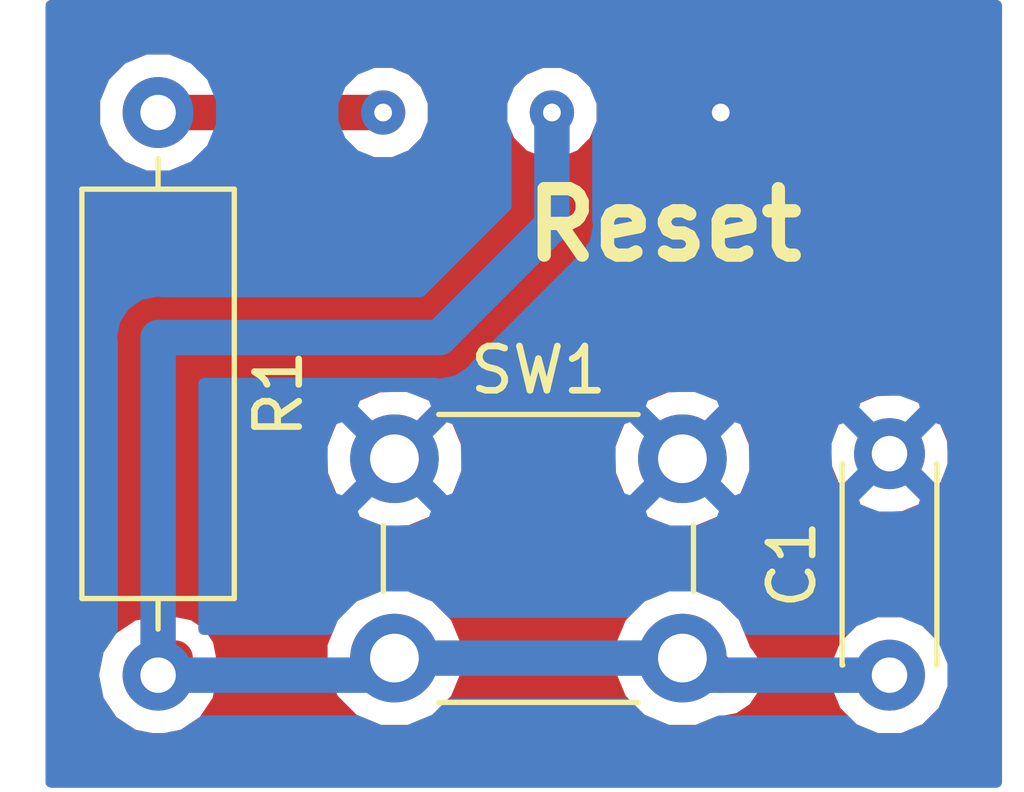
<source format=kicad_pcb>
(kicad_pcb (version 20171130) (host pcbnew 5.0.0-fee4fd1~66~ubuntu18.04.1)

  (general
    (thickness 1.6)
    (drawings 1)
    (tracks 18)
    (zones 0)
    (modules 3)
    (nets 4)
  )

  (page A4)
  (layers
    (0 F.Cu signal)
    (31 B.Cu signal)
    (32 B.Adhes user)
    (33 F.Adhes user)
    (34 B.Paste user)
    (35 F.Paste user)
    (36 B.SilkS user)
    (37 F.SilkS user)
    (38 B.Mask user)
    (39 F.Mask user)
    (40 Dwgs.User user)
    (41 Cmts.User user)
    (42 Eco1.User user)
    (43 Eco2.User user)
    (44 Edge.Cuts user)
    (45 Margin user)
    (46 B.CrtYd user)
    (47 F.CrtYd user)
    (48 B.Fab user)
    (49 F.Fab user)
  )

  (setup
    (last_trace_width 0.8)
    (trace_clearance 0.4)
    (zone_clearance 0.508)
    (zone_45_only no)
    (trace_min 0.2)
    (segment_width 0.2)
    (edge_width 0.15)
    (via_size 0.8)
    (via_drill 0.4)
    (via_min_size 0.4)
    (via_min_drill 0.3)
    (uvia_size 0.3)
    (uvia_drill 0.1)
    (uvias_allowed no)
    (uvia_min_size 0.2)
    (uvia_min_drill 0.1)
    (pcb_text_width 0.3)
    (pcb_text_size 1.5 1.5)
    (mod_edge_width 0.15)
    (mod_text_size 1 1)
    (mod_text_width 0.15)
    (pad_size 1.524 1.524)
    (pad_drill 0.762)
    (pad_to_mask_clearance 0.2)
    (aux_axis_origin 0 0)
    (visible_elements 7FFFFFFF)
    (pcbplotparams
      (layerselection 0x010fc_ffffffff)
      (usegerberextensions false)
      (usegerberattributes false)
      (usegerberadvancedattributes false)
      (creategerberjobfile false)
      (excludeedgelayer true)
      (linewidth 0.100000)
      (plotframeref false)
      (viasonmask false)
      (mode 1)
      (useauxorigin false)
      (hpglpennumber 1)
      (hpglpenspeed 20)
      (hpglpendiameter 15.000000)
      (psnegative false)
      (psa4output false)
      (plotreference true)
      (plotvalue true)
      (plotinvisibletext false)
      (padsonsilk false)
      (subtractmaskfromsilk false)
      (outputformat 1)
      (mirror false)
      (drillshape 1)
      (scaleselection 1)
      (outputdirectory ""))
  )

  (net 0 "")
  (net 1 /RESET)
  (net 2 GND)
  (net 3 VCC)

  (net_class Default "This is the default net class."
    (clearance 0.4)
    (trace_width 0.8)
    (via_dia 0.8)
    (via_drill 0.4)
    (uvia_dia 0.3)
    (uvia_drill 0.1)
    (add_net /RESET)
    (add_net GND)
    (add_net VCC)
  )

  (module Button_Switch_THT:SW_PUSH_6mm (layer F.Cu) (tedit 5A02FE31) (tstamp 5BC2B65E)
    (at 175.515001 48.455001)
    (descr https://www.omron.com/ecb/products/pdf/en-b3f.pdf)
    (tags "tact sw push 6mm")
    (path /5BB6037C)
    (fp_text reference SW1 (at 3.25 -2) (layer F.SilkS)
      (effects (font (size 1 1) (thickness 0.15)))
    )
    (fp_text value SW_Push (at 3.75 6.7) (layer F.Fab)
      (effects (font (size 1 1) (thickness 0.15)))
    )
    (fp_text user %R (at 3.25 2.25) (layer F.Fab)
      (effects (font (size 1 1) (thickness 0.15)))
    )
    (fp_line (start 3.25 -0.75) (end 6.25 -0.75) (layer F.Fab) (width 0.1))
    (fp_line (start 6.25 -0.75) (end 6.25 5.25) (layer F.Fab) (width 0.1))
    (fp_line (start 6.25 5.25) (end 0.25 5.25) (layer F.Fab) (width 0.1))
    (fp_line (start 0.25 5.25) (end 0.25 -0.75) (layer F.Fab) (width 0.1))
    (fp_line (start 0.25 -0.75) (end 3.25 -0.75) (layer F.Fab) (width 0.1))
    (fp_line (start 7.75 6) (end 8 6) (layer F.CrtYd) (width 0.05))
    (fp_line (start 8 6) (end 8 5.75) (layer F.CrtYd) (width 0.05))
    (fp_line (start 7.75 -1.5) (end 8 -1.5) (layer F.CrtYd) (width 0.05))
    (fp_line (start 8 -1.5) (end 8 -1.25) (layer F.CrtYd) (width 0.05))
    (fp_line (start -1.5 -1.25) (end -1.5 -1.5) (layer F.CrtYd) (width 0.05))
    (fp_line (start -1.5 -1.5) (end -1.25 -1.5) (layer F.CrtYd) (width 0.05))
    (fp_line (start -1.5 5.75) (end -1.5 6) (layer F.CrtYd) (width 0.05))
    (fp_line (start -1.5 6) (end -1.25 6) (layer F.CrtYd) (width 0.05))
    (fp_line (start -1.25 -1.5) (end 7.75 -1.5) (layer F.CrtYd) (width 0.05))
    (fp_line (start -1.5 5.75) (end -1.5 -1.25) (layer F.CrtYd) (width 0.05))
    (fp_line (start 7.75 6) (end -1.25 6) (layer F.CrtYd) (width 0.05))
    (fp_line (start 8 -1.25) (end 8 5.75) (layer F.CrtYd) (width 0.05))
    (fp_line (start 1 5.5) (end 5.5 5.5) (layer F.SilkS) (width 0.12))
    (fp_line (start -0.25 1.5) (end -0.25 3) (layer F.SilkS) (width 0.12))
    (fp_line (start 5.5 -1) (end 1 -1) (layer F.SilkS) (width 0.12))
    (fp_line (start 6.75 3) (end 6.75 1.5) (layer F.SilkS) (width 0.12))
    (fp_circle (center 3.25 2.25) (end 1.25 2.5) (layer F.Fab) (width 0.1))
    (pad 2 thru_hole circle (at 0 4.5 90) (size 2 2) (drill 1.1) (layers *.Cu *.Mask)
      (net 1 /RESET))
    (pad 1 thru_hole circle (at 0 0 90) (size 2 2) (drill 1.1) (layers *.Cu *.Mask)
      (net 2 GND))
    (pad 2 thru_hole circle (at 6.5 4.5 90) (size 2 2) (drill 1.1) (layers *.Cu *.Mask)
      (net 1 /RESET))
    (pad 1 thru_hole circle (at 6.5 0 90) (size 2 2) (drill 1.1) (layers *.Cu *.Mask)
      (net 2 GND))
    (model ${KISYS3DMOD}/Button_Switch_THT.3dshapes/SW_PUSH_6mm.wrl
      (at (xyz 0 0 0))
      (scale (xyz 1 1 1))
      (rotate (xyz 0 0 0))
    )
  )

  (module Capacitor_THT:C_Disc_D4.3mm_W1.9mm_P5.00mm (layer F.Cu) (tedit 5AE50EF0) (tstamp 5BC2B628)
    (at 186.69 53.34 90)
    (descr "C, Disc series, Radial, pin pitch=5.00mm, , diameter*width=4.3*1.9mm^2, Capacitor, http://www.vishay.com/docs/45233/krseries.pdf")
    (tags "C Disc series Radial pin pitch 5.00mm  diameter 4.3mm width 1.9mm Capacitor")
    (path /5BB5FC95)
    (fp_text reference C1 (at 2.5 -2.2 90) (layer F.SilkS)
      (effects (font (size 1 1) (thickness 0.15)))
    )
    (fp_text value 100nF (at 2.5 2.2 90) (layer F.Fab)
      (effects (font (size 1 1) (thickness 0.15)))
    )
    (fp_line (start 0.35 -0.95) (end 0.35 0.95) (layer F.Fab) (width 0.1))
    (fp_line (start 0.35 0.95) (end 4.65 0.95) (layer F.Fab) (width 0.1))
    (fp_line (start 4.65 0.95) (end 4.65 -0.95) (layer F.Fab) (width 0.1))
    (fp_line (start 4.65 -0.95) (end 0.35 -0.95) (layer F.Fab) (width 0.1))
    (fp_line (start 0.23 -1.07) (end 4.77 -1.07) (layer F.SilkS) (width 0.12))
    (fp_line (start 0.23 1.07) (end 4.77 1.07) (layer F.SilkS) (width 0.12))
    (fp_line (start 0.23 -1.07) (end 0.23 -1.055) (layer F.SilkS) (width 0.12))
    (fp_line (start 0.23 1.055) (end 0.23 1.07) (layer F.SilkS) (width 0.12))
    (fp_line (start 4.77 -1.07) (end 4.77 -1.055) (layer F.SilkS) (width 0.12))
    (fp_line (start 4.77 1.055) (end 4.77 1.07) (layer F.SilkS) (width 0.12))
    (fp_line (start -1.05 -1.2) (end -1.05 1.2) (layer F.CrtYd) (width 0.05))
    (fp_line (start -1.05 1.2) (end 6.05 1.2) (layer F.CrtYd) (width 0.05))
    (fp_line (start 6.05 1.2) (end 6.05 -1.2) (layer F.CrtYd) (width 0.05))
    (fp_line (start 6.05 -1.2) (end -1.05 -1.2) (layer F.CrtYd) (width 0.05))
    (fp_text user %R (at 2.5 0 90) (layer F.Fab)
      (effects (font (size 0.86 0.86) (thickness 0.129)))
    )
    (pad 1 thru_hole circle (at 0 0 90) (size 1.6 1.6) (drill 0.8) (layers *.Cu *.Mask)
      (net 1 /RESET))
    (pad 2 thru_hole circle (at 5 0 90) (size 1.6 1.6) (drill 0.8) (layers *.Cu *.Mask)
      (net 2 GND))
    (model ${KISYS3DMOD}/Capacitor_THT.3dshapes/C_Disc_D4.3mm_W1.9mm_P5.00mm.wrl
      (at (xyz 0 0 0))
      (scale (xyz 1 1 1))
      (rotate (xyz 0 0 0))
    )
  )

  (module Resistor_THT:R_Axial_DIN0309_L9.0mm_D3.2mm_P12.70mm_Horizontal (layer F.Cu) (tedit 5AE5139B) (tstamp 5BC2B63F)
    (at 170.18 40.64 270)
    (descr "Resistor, Axial_DIN0309 series, Axial, Horizontal, pin pitch=12.7mm, 0.5W = 1/2W, length*diameter=9*3.2mm^2, http://cdn-reichelt.de/documents/datenblatt/B400/1_4W%23YAG.pdf")
    (tags "Resistor Axial_DIN0309 series Axial Horizontal pin pitch 12.7mm 0.5W = 1/2W length 9mm diameter 3.2mm")
    (path /5BB5FA1C)
    (fp_text reference R1 (at 6.35 -2.72 270) (layer F.SilkS)
      (effects (font (size 1 1) (thickness 0.15)))
    )
    (fp_text value 10k (at 6.35 2.72 270) (layer F.Fab)
      (effects (font (size 1 1) (thickness 0.15)))
    )
    (fp_line (start 1.85 -1.6) (end 1.85 1.6) (layer F.Fab) (width 0.1))
    (fp_line (start 1.85 1.6) (end 10.85 1.6) (layer F.Fab) (width 0.1))
    (fp_line (start 10.85 1.6) (end 10.85 -1.6) (layer F.Fab) (width 0.1))
    (fp_line (start 10.85 -1.6) (end 1.85 -1.6) (layer F.Fab) (width 0.1))
    (fp_line (start 0 0) (end 1.85 0) (layer F.Fab) (width 0.1))
    (fp_line (start 12.7 0) (end 10.85 0) (layer F.Fab) (width 0.1))
    (fp_line (start 1.73 -1.72) (end 1.73 1.72) (layer F.SilkS) (width 0.12))
    (fp_line (start 1.73 1.72) (end 10.97 1.72) (layer F.SilkS) (width 0.12))
    (fp_line (start 10.97 1.72) (end 10.97 -1.72) (layer F.SilkS) (width 0.12))
    (fp_line (start 10.97 -1.72) (end 1.73 -1.72) (layer F.SilkS) (width 0.12))
    (fp_line (start 1.04 0) (end 1.73 0) (layer F.SilkS) (width 0.12))
    (fp_line (start 11.66 0) (end 10.97 0) (layer F.SilkS) (width 0.12))
    (fp_line (start -1.05 -1.85) (end -1.05 1.85) (layer F.CrtYd) (width 0.05))
    (fp_line (start -1.05 1.85) (end 13.75 1.85) (layer F.CrtYd) (width 0.05))
    (fp_line (start 13.75 1.85) (end 13.75 -1.85) (layer F.CrtYd) (width 0.05))
    (fp_line (start 13.75 -1.85) (end -1.05 -1.85) (layer F.CrtYd) (width 0.05))
    (fp_text user %R (at 6.35 0 270) (layer F.Fab)
      (effects (font (size 1 1) (thickness 0.15)))
    )
    (pad 1 thru_hole circle (at 0 0 270) (size 1.6 1.6) (drill 0.8) (layers *.Cu *.Mask)
      (net 3 VCC))
    (pad 2 thru_hole oval (at 12.7 0 270) (size 1.6 1.6) (drill 0.8) (layers *.Cu *.Mask)
      (net 1 /RESET))
    (model ${KISYS3DMOD}/Resistor_THT.3dshapes/R_Axial_DIN0309_L9.0mm_D3.2mm_P12.70mm_Horizontal.wrl
      (at (xyz 0 0 0))
      (scale (xyz 1 1 1))
      (rotate (xyz 0 0 0))
    )
  )

  (gr_text Reset (at 181.61 43.18) (layer F.SilkS)
    (effects (font (size 1.5 1.5) (thickness 0.3)))
  )

  (via (at 179.07 40.64) (size 1) (drill 0.4) (layers F.Cu B.Cu) (net 1))
  (segment (start 182.4 53.34) (end 182.015001 52.955001) (width 0.25) (layer F.Cu) (net 1))
  (segment (start 170.564999 52.955001) (end 170.18 53.34) (width 0.8) (layer F.Cu) (net 1))
  (segment (start 182.88 53.34) (end 182.495001 52.955001) (width 0.8) (layer F.Cu) (net 1))
  (segment (start 182.4 53.34) (end 182.015001 52.955001) (width 0.8) (layer B.Cu) (net 1))
  (segment (start 186.69 53.34) (end 182.4 53.34) (width 0.8) (layer B.Cu) (net 1))
  (segment (start 170.18 53.34) (end 170.18 45.72) (width 0.8) (layer B.Cu) (net 1))
  (segment (start 170.18 45.72) (end 176.53 45.72) (width 0.8) (layer B.Cu) (net 1))
  (segment (start 176.53 45.72) (end 179.07 43.18) (width 0.8) (layer B.Cu) (net 1))
  (segment (start 179.07 43.18) (end 179.07 40.64) (width 0.8) (layer B.Cu) (net 1))
  (segment (start 175.130002 53.34) (end 175.515001 52.955001) (width 0.8) (layer B.Cu) (net 1))
  (segment (start 170.18 53.34) (end 175.130002 53.34) (width 0.8) (layer B.Cu) (net 1))
  (segment (start 175.515001 52.955001) (end 182.015001 52.955001) (width 0.8) (layer B.Cu) (net 1))
  (via (at 182.88 40.64) (size 1) (drill 0.4) (layers F.Cu B.Cu) (net 2))
  (segment (start 175.630002 48.34) (end 175.515001 48.455001) (width 0.25) (layer F.Cu) (net 2))
  (segment (start 182.130002 48.34) (end 182.015001 48.455001) (width 0.25) (layer F.Cu) (net 2))
  (via (at 175.26 40.64) (size 1) (drill 0.4) (layers F.Cu B.Cu) (net 3))
  (segment (start 175.26 40.64) (end 170.18 40.64) (width 0.8) (layer F.Cu) (net 3))

  (zone (net 2) (net_name GND) (layer B.Cu) (tstamp 0) (hatch edge 0.508)
    (connect_pads (clearance 0.508))
    (min_thickness 0.254)
    (fill yes (arc_segments 16) (thermal_gap 0.508) (thermal_bridge_width 0.508))
    (polygon
      (pts
        (xy 167.64 38.1) (xy 189.23 38.1) (xy 189.23 55.88) (xy 167.64 55.88)
      )
    )
    (filled_polygon
      (pts
        (xy 189.103 55.753) (xy 167.767 55.753) (xy 167.767 53.34) (xy 168.716887 53.34) (xy 168.82826 53.899909)
        (xy 169.145423 54.374577) (xy 169.620091 54.69174) (xy 170.038667 54.775) (xy 170.321333 54.775) (xy 170.739909 54.69174)
        (xy 171.213944 54.375) (xy 174.670721 54.375) (xy 175.189779 54.590001) (xy 175.840223 54.590001) (xy 176.441154 54.341087)
        (xy 176.79224 53.990001) (xy 180.737762 53.990001) (xy 181.088848 54.341087) (xy 181.689779 54.590001) (xy 182.340223 54.590001)
        (xy 182.859281 54.375) (xy 185.695604 54.375) (xy 185.877138 54.556534) (xy 186.404561 54.775) (xy 186.975439 54.775)
        (xy 187.502862 54.556534) (xy 187.906534 54.152862) (xy 188.125 53.625439) (xy 188.125 53.054561) (xy 187.906534 52.527138)
        (xy 187.502862 52.123466) (xy 186.975439 51.905) (xy 186.404561 51.905) (xy 185.877138 52.123466) (xy 185.695604 52.305)
        (xy 183.515473 52.305) (xy 183.401087 52.028848) (xy 182.941154 51.568915) (xy 182.340223 51.320001) (xy 181.689779 51.320001)
        (xy 181.088848 51.568915) (xy 180.737762 51.920001) (xy 176.79224 51.920001) (xy 176.441154 51.568915) (xy 175.840223 51.320001)
        (xy 175.189779 51.320001) (xy 174.588848 51.568915) (xy 174.128915 52.028848) (xy 174.014529 52.305) (xy 171.214999 52.305)
        (xy 171.214999 49.607533) (xy 174.542074 49.607533) (xy 174.640737 49.874388) (xy 175.250462 50.100909) (xy 175.900461 50.076857)
        (xy 176.389265 49.874388) (xy 176.487928 49.607533) (xy 181.042074 49.607533) (xy 181.140737 49.874388) (xy 181.750462 50.100909)
        (xy 182.400461 50.076857) (xy 182.889265 49.874388) (xy 182.987928 49.607533) (xy 182.015001 48.634606) (xy 181.042074 49.607533)
        (xy 176.487928 49.607533) (xy 175.515001 48.634606) (xy 174.542074 49.607533) (xy 171.214999 49.607533) (xy 171.214999 48.190462)
        (xy 173.869093 48.190462) (xy 173.893145 48.840461) (xy 174.095614 49.329265) (xy 174.362469 49.427928) (xy 175.335396 48.455001)
        (xy 175.694606 48.455001) (xy 176.667533 49.427928) (xy 176.934388 49.329265) (xy 177.160909 48.71954) (xy 177.141332 48.190462)
        (xy 180.369093 48.190462) (xy 180.393145 48.840461) (xy 180.595614 49.329265) (xy 180.862469 49.427928) (xy 181.835396 48.455001)
        (xy 182.194606 48.455001) (xy 183.167533 49.427928) (xy 183.384404 49.347745) (xy 185.861861 49.347745) (xy 185.935995 49.593864)
        (xy 186.473223 49.786965) (xy 187.043454 49.759778) (xy 187.444005 49.593864) (xy 187.518139 49.347745) (xy 186.69 48.519605)
        (xy 185.861861 49.347745) (xy 183.384404 49.347745) (xy 183.434388 49.329265) (xy 183.660909 48.71954) (xy 183.638844 48.123223)
        (xy 185.243035 48.123223) (xy 185.270222 48.693454) (xy 185.436136 49.094005) (xy 185.682255 49.168139) (xy 186.510395 48.34)
        (xy 186.869605 48.34) (xy 187.697745 49.168139) (xy 187.943864 49.094005) (xy 188.136965 48.556777) (xy 188.109778 47.986546)
        (xy 187.943864 47.585995) (xy 187.697745 47.511861) (xy 186.869605 48.34) (xy 186.510395 48.34) (xy 185.682255 47.511861)
        (xy 185.436136 47.585995) (xy 185.243035 48.123223) (xy 183.638844 48.123223) (xy 183.636857 48.069541) (xy 183.434388 47.580737)
        (xy 183.167533 47.482074) (xy 182.194606 48.455001) (xy 181.835396 48.455001) (xy 180.862469 47.482074) (xy 180.595614 47.580737)
        (xy 180.369093 48.190462) (xy 177.141332 48.190462) (xy 177.136857 48.069541) (xy 176.934388 47.580737) (xy 176.667533 47.482074)
        (xy 175.694606 48.455001) (xy 175.335396 48.455001) (xy 174.362469 47.482074) (xy 174.095614 47.580737) (xy 173.869093 48.190462)
        (xy 171.214999 48.190462) (xy 171.214999 47.302469) (xy 174.542074 47.302469) (xy 175.515001 48.275396) (xy 176.487928 47.302469)
        (xy 181.042074 47.302469) (xy 182.015001 48.275396) (xy 182.958142 47.332255) (xy 185.861861 47.332255) (xy 186.69 48.160395)
        (xy 187.518139 47.332255) (xy 187.444005 47.086136) (xy 186.906777 46.893035) (xy 186.336546 46.920222) (xy 185.935995 47.086136)
        (xy 185.861861 47.332255) (xy 182.958142 47.332255) (xy 182.987928 47.302469) (xy 182.889265 47.035614) (xy 182.27954 46.809093)
        (xy 181.629541 46.833145) (xy 181.140737 47.035614) (xy 181.042074 47.302469) (xy 176.487928 47.302469) (xy 176.389265 47.035614)
        (xy 175.77954 46.809093) (xy 175.129541 46.833145) (xy 174.640737 47.035614) (xy 174.542074 47.302469) (xy 171.214999 47.302469)
        (xy 171.215 46.755) (xy 176.428066 46.755) (xy 176.53 46.775276) (xy 176.631934 46.755) (xy 176.631935 46.755)
        (xy 176.933837 46.694948) (xy 177.276193 46.466193) (xy 177.333937 46.379773) (xy 179.729778 43.983933) (xy 179.816192 43.926193)
        (xy 179.873932 43.839779) (xy 179.873934 43.839777) (xy 180.044947 43.583837) (xy 180.125275 43.180001) (xy 180.104999 43.078067)
        (xy 180.105 41.107188) (xy 180.205 40.865766) (xy 180.205 40.414234) (xy 180.032207 39.997074) (xy 179.712926 39.677793)
        (xy 179.295766 39.505) (xy 178.844234 39.505) (xy 178.427074 39.677793) (xy 178.107793 39.997074) (xy 177.935 40.414234)
        (xy 177.935 40.865766) (xy 178.035001 41.10719) (xy 178.035 42.751289) (xy 176.10129 44.685) (xy 170.281933 44.685)
        (xy 170.18 44.664724) (xy 170.078066 44.685) (xy 170.078065 44.685) (xy 169.776163 44.745052) (xy 169.433807 44.973807)
        (xy 169.205052 45.316163) (xy 169.124724 45.72) (xy 169.145001 45.821939) (xy 169.145 52.306056) (xy 168.82826 52.780091)
        (xy 168.716887 53.34) (xy 167.767 53.34) (xy 167.767 40.354561) (xy 168.745 40.354561) (xy 168.745 40.925439)
        (xy 168.963466 41.452862) (xy 169.367138 41.856534) (xy 169.894561 42.075) (xy 170.465439 42.075) (xy 170.992862 41.856534)
        (xy 171.396534 41.452862) (xy 171.615 40.925439) (xy 171.615 40.414234) (xy 174.125 40.414234) (xy 174.125 40.865766)
        (xy 174.297793 41.282926) (xy 174.617074 41.602207) (xy 175.034234 41.775) (xy 175.485766 41.775) (xy 175.902926 41.602207)
        (xy 176.222207 41.282926) (xy 176.395 40.865766) (xy 176.395 40.414234) (xy 176.222207 39.997074) (xy 175.902926 39.677793)
        (xy 175.485766 39.505) (xy 175.034234 39.505) (xy 174.617074 39.677793) (xy 174.297793 39.997074) (xy 174.125 40.414234)
        (xy 171.615 40.414234) (xy 171.615 40.354561) (xy 171.396534 39.827138) (xy 170.992862 39.423466) (xy 170.465439 39.205)
        (xy 169.894561 39.205) (xy 169.367138 39.423466) (xy 168.963466 39.827138) (xy 168.745 40.354561) (xy 167.767 40.354561)
        (xy 167.767 38.227) (xy 189.103 38.227)
      )
    )
  )
  (zone (net 0) (net_name "") (layer F.Cu) (tstamp 0) (hatch edge 0.508)
    (connect_pads (clearance 0.508))
    (min_thickness 0.254)
    (fill yes (arc_segments 16) (thermal_gap 0.508) (thermal_bridge_width 0.508))
    (polygon
      (pts
        (xy 167.64 38.1) (xy 189.23 38.1) (xy 189.23 55.88) (xy 167.64 55.88)
      )
    )
    (filled_polygon
      (pts
        (xy 189.103 55.753) (xy 167.767 55.753) (xy 167.767 53.34) (xy 168.716887 53.34) (xy 168.82826 53.899909)
        (xy 169.145423 54.374577) (xy 169.620091 54.69174) (xy 170.038667 54.775) (xy 170.321333 54.775) (xy 170.739909 54.69174)
        (xy 171.214577 54.374577) (xy 171.53174 53.899909) (xy 171.643113 53.34) (xy 171.593403 53.090093) (xy 171.620275 52.955001)
        (xy 171.555585 52.629779) (xy 173.880001 52.629779) (xy 173.880001 53.280223) (xy 174.128915 53.881154) (xy 174.588848 54.341087)
        (xy 175.189779 54.590001) (xy 175.840223 54.590001) (xy 176.441154 54.341087) (xy 176.901087 53.881154) (xy 177.150001 53.280223)
        (xy 177.150001 52.629779) (xy 180.380001 52.629779) (xy 180.380001 53.280223) (xy 180.628915 53.881154) (xy 181.088848 54.341087)
        (xy 181.689779 54.590001) (xy 182.340223 54.590001) (xy 182.832933 54.385914) (xy 182.88 54.395276) (xy 183.283836 54.314948)
        (xy 183.626192 54.086192) (xy 183.854948 53.743836) (xy 183.935276 53.34) (xy 183.878499 53.054561) (xy 185.255 53.054561)
        (xy 185.255 53.625439) (xy 185.473466 54.152862) (xy 185.877138 54.556534) (xy 186.404561 54.775) (xy 186.975439 54.775)
        (xy 187.502862 54.556534) (xy 187.906534 54.152862) (xy 188.125 53.625439) (xy 188.125 53.054561) (xy 187.906534 52.527138)
        (xy 187.502862 52.123466) (xy 186.975439 51.905) (xy 186.404561 51.905) (xy 185.877138 52.123466) (xy 185.473466 52.527138)
        (xy 185.255 53.054561) (xy 183.878499 53.054561) (xy 183.854948 52.936164) (xy 183.683934 52.680224) (xy 183.650001 52.646291)
        (xy 183.650001 52.629779) (xy 183.401087 52.028848) (xy 182.941154 51.568915) (xy 182.340223 51.320001) (xy 181.689779 51.320001)
        (xy 181.088848 51.568915) (xy 180.628915 52.028848) (xy 180.380001 52.629779) (xy 177.150001 52.629779) (xy 176.901087 52.028848)
        (xy 176.441154 51.568915) (xy 175.840223 51.320001) (xy 175.189779 51.320001) (xy 174.588848 51.568915) (xy 174.128915 52.028848)
        (xy 173.880001 52.629779) (xy 171.555585 52.629779) (xy 171.539947 52.551165) (xy 171.311191 52.208809) (xy 170.968835 51.980053)
        (xy 170.564999 51.899725) (xy 170.429906 51.926597) (xy 170.321333 51.905) (xy 170.038667 51.905) (xy 169.620091 51.98826)
        (xy 169.145423 52.305423) (xy 168.82826 52.780091) (xy 168.716887 53.34) (xy 167.767 53.34) (xy 167.767 48.129779)
        (xy 173.880001 48.129779) (xy 173.880001 48.780223) (xy 174.128915 49.381154) (xy 174.588848 49.841087) (xy 175.189779 50.090001)
        (xy 175.840223 50.090001) (xy 176.441154 49.841087) (xy 176.901087 49.381154) (xy 177.150001 48.780223) (xy 177.150001 48.129779)
        (xy 180.380001 48.129779) (xy 180.380001 48.780223) (xy 180.628915 49.381154) (xy 181.088848 49.841087) (xy 181.689779 50.090001)
        (xy 182.340223 50.090001) (xy 182.941154 49.841087) (xy 183.401087 49.381154) (xy 183.650001 48.780223) (xy 183.650001 48.129779)
        (xy 183.618845 48.054561) (xy 185.255 48.054561) (xy 185.255 48.625439) (xy 185.473466 49.152862) (xy 185.877138 49.556534)
        (xy 186.404561 49.775) (xy 186.975439 49.775) (xy 187.502862 49.556534) (xy 187.906534 49.152862) (xy 188.125 48.625439)
        (xy 188.125 48.054561) (xy 187.906534 47.527138) (xy 187.502862 47.123466) (xy 186.975439 46.905) (xy 186.404561 46.905)
        (xy 185.877138 47.123466) (xy 185.473466 47.527138) (xy 185.255 48.054561) (xy 183.618845 48.054561) (xy 183.401087 47.528848)
        (xy 182.941154 47.068915) (xy 182.340223 46.820001) (xy 181.689779 46.820001) (xy 181.088848 47.068915) (xy 180.628915 47.528848)
        (xy 180.380001 48.129779) (xy 177.150001 48.129779) (xy 176.901087 47.528848) (xy 176.441154 47.068915) (xy 175.840223 46.820001)
        (xy 175.189779 46.820001) (xy 174.588848 47.068915) (xy 174.128915 47.528848) (xy 173.880001 48.129779) (xy 167.767 48.129779)
        (xy 167.767 40.354561) (xy 168.745 40.354561) (xy 168.745 40.925439) (xy 168.963466 41.452862) (xy 169.367138 41.856534)
        (xy 169.894561 42.075) (xy 170.465439 42.075) (xy 170.992862 41.856534) (xy 171.174396 41.675) (xy 174.792812 41.675)
        (xy 175.034234 41.775) (xy 175.485766 41.775) (xy 175.902926 41.602207) (xy 176.222207 41.282926) (xy 176.395 40.865766)
        (xy 176.395 40.414234) (xy 177.935 40.414234) (xy 177.935 40.865766) (xy 178.107793 41.282926) (xy 178.427074 41.602207)
        (xy 178.844234 41.775) (xy 179.295766 41.775) (xy 179.712926 41.602207) (xy 180.032207 41.282926) (xy 180.205 40.865766)
        (xy 180.205 40.414234) (xy 181.745 40.414234) (xy 181.745 40.865766) (xy 181.917793 41.282926) (xy 182.237074 41.602207)
        (xy 182.654234 41.775) (xy 183.105766 41.775) (xy 183.522926 41.602207) (xy 183.842207 41.282926) (xy 184.015 40.865766)
        (xy 184.015 40.414234) (xy 183.842207 39.997074) (xy 183.522926 39.677793) (xy 183.105766 39.505) (xy 182.654234 39.505)
        (xy 182.237074 39.677793) (xy 181.917793 39.997074) (xy 181.745 40.414234) (xy 180.205 40.414234) (xy 180.032207 39.997074)
        (xy 179.712926 39.677793) (xy 179.295766 39.505) (xy 178.844234 39.505) (xy 178.427074 39.677793) (xy 178.107793 39.997074)
        (xy 177.935 40.414234) (xy 176.395 40.414234) (xy 176.222207 39.997074) (xy 175.902926 39.677793) (xy 175.485766 39.505)
        (xy 175.034234 39.505) (xy 174.792812 39.605) (xy 171.174396 39.605) (xy 170.992862 39.423466) (xy 170.465439 39.205)
        (xy 169.894561 39.205) (xy 169.367138 39.423466) (xy 168.963466 39.827138) (xy 168.745 40.354561) (xy 167.767 40.354561)
        (xy 167.767 38.227) (xy 189.103 38.227)
      )
    )
  )
)

</source>
